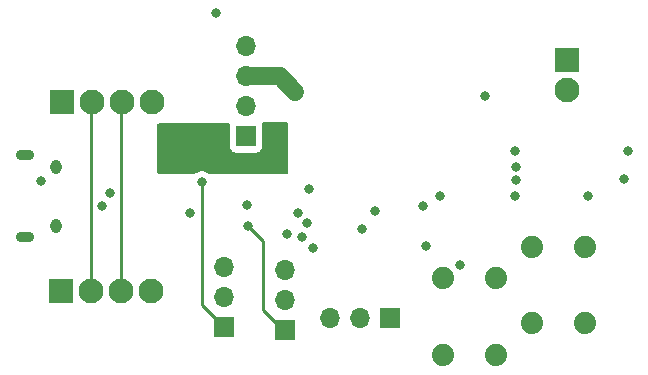
<source format=gbr>
%TF.GenerationSoftware,KiCad,Pcbnew,6.0.11-2627ca5db0~126~ubuntu22.04.1*%
%TF.CreationDate,2023-03-05T15:50:48-05:00*%
%TF.ProjectId,canbus-kline-bridge,63616e62-7573-42d6-9b6c-696e652d6272,1.0*%
%TF.SameCoordinates,Original*%
%TF.FileFunction,Copper,L3,Inr*%
%TF.FilePolarity,Positive*%
%FSLAX46Y46*%
G04 Gerber Fmt 4.6, Leading zero omitted, Abs format (unit mm)*
G04 Created by KiCad (PCBNEW 6.0.11-2627ca5db0~126~ubuntu22.04.1) date 2023-03-05 15:50:48*
%MOMM*%
%LPD*%
G01*
G04 APERTURE LIST*
%TA.AperFunction,ComponentPad*%
%ADD10R,1.700000X1.700000*%
%TD*%
%TA.AperFunction,ComponentPad*%
%ADD11O,1.700000X1.700000*%
%TD*%
%TA.AperFunction,ComponentPad*%
%ADD12R,2.100000X2.100000*%
%TD*%
%TA.AperFunction,ComponentPad*%
%ADD13C,2.100000*%
%TD*%
%TA.AperFunction,ComponentPad*%
%ADD14C,1.879600*%
%TD*%
%TA.AperFunction,ComponentPad*%
%ADD15O,0.950000X1.250000*%
%TD*%
%TA.AperFunction,ComponentPad*%
%ADD16O,1.550000X0.890000*%
%TD*%
%TA.AperFunction,ViaPad*%
%ADD17C,0.800000*%
%TD*%
%TA.AperFunction,Conductor*%
%ADD18C,1.500000*%
%TD*%
%TA.AperFunction,Conductor*%
%ADD19C,0.250000*%
%TD*%
G04 APERTURE END LIST*
D10*
%TO.N,+5V*%
%TO.C,U3*%
X75247300Y-81002600D03*
D11*
%TO.N,GND*%
X75247300Y-78462600D03*
%TO.N,+12V*%
X75247300Y-75922600D03*
%TO.N,unconnected-(U3-Pad4)*%
X75247300Y-73382600D03*
%TD*%
D12*
%TO.N,ISO_K_LINE*%
%TO.C,J6*%
X102470000Y-74520000D03*
D13*
%TO.N,GND*%
X102470000Y-77060000D03*
%TD*%
D10*
%TO.N,CAN_RX*%
%TO.C,JP1*%
X73400000Y-97140000D03*
D11*
%TO.N,Net-(JP1-Pad2)*%
X73400000Y-94600000D03*
%TO.N,USB_D-*%
X73400000Y-92060000D03*
%TD*%
D12*
%TO.N,+BATT*%
%TO.C,J5*%
X59625000Y-94100000D03*
D13*
%TO.N,CANH*%
X62165000Y-94100000D03*
%TO.N,CANL*%
X64705000Y-94100000D03*
%TO.N,GND*%
X67245000Y-94100000D03*
%TD*%
D10*
%TO.N,SWDIO*%
%TO.C,J2*%
X87490000Y-96350000D03*
D11*
%TO.N,GND*%
X84950000Y-96350000D03*
%TO.N,SWDCLK*%
X82410000Y-96350000D03*
%TD*%
D14*
%TO.N,+3V3*%
%TO.C,S1*%
X96435600Y-92998800D03*
%TO.N,unconnected-(S1-Pad2)*%
X96435600Y-99501200D03*
%TO.N,Net-(R1-Pad1)*%
X91914400Y-92998800D03*
%TO.N,unconnected-(S1-Pad4)*%
X91914400Y-99501200D03*
%TD*%
D12*
%TO.N,+BATT*%
%TO.C,J4*%
X59660000Y-78075000D03*
D13*
%TO.N,CANH*%
X62200000Y-78075000D03*
%TO.N,CANL*%
X64740000Y-78075000D03*
%TO.N,GND*%
X67280000Y-78075000D03*
%TD*%
D14*
%TO.N,GND*%
%TO.C,S2*%
X103960600Y-90323800D03*
%TO.N,unconnected-(S2-Pad2)*%
X103960600Y-96826200D03*
%TO.N,~{RESET}*%
X99439400Y-90323800D03*
%TO.N,unconnected-(S2-Pad4)*%
X99439400Y-96826200D03*
%TD*%
D15*
%TO.N,GND*%
%TO.C,J1*%
X59210000Y-83550000D03*
D16*
X56510000Y-82550000D03*
X56510000Y-89550000D03*
D15*
X59210000Y-88550000D03*
%TD*%
D10*
%TO.N,CAN_TX*%
%TO.C,JP2*%
X78525000Y-97425000D03*
D11*
%TO.N,Net-(JP2-Pad2)*%
X78525000Y-94885000D03*
%TO.N,USB_D+*%
X78525000Y-92345000D03*
%TD*%
D17*
%TO.N,ISO_K_LINE*%
X107600000Y-82260000D03*
%TO.N,GND*%
X107270000Y-84610000D03*
%TO.N,/VBB*%
X95490000Y-77540000D03*
%TO.N,+3V3*%
X98100000Y-84720000D03*
%TO.N,/VBB*%
X104180000Y-86070000D03*
%TO.N,K_LINE_EN*%
X98060000Y-86010000D03*
%TO.N,K_LINE_TX*%
X98030000Y-82240000D03*
%TO.N,K_LINE_RX*%
X98100000Y-83560000D03*
%TO.N,K_LINE_EN*%
X86220000Y-87290000D03*
%TO.N,+12V*%
X79415000Y-77215000D03*
%TO.N,GND*%
X80450000Y-88350000D03*
X72725000Y-70575000D03*
X93350000Y-91850000D03*
X80600000Y-85425000D03*
X75300000Y-86775000D03*
%TO.N,+3V3*%
X78150000Y-80600000D03*
X85100000Y-88800000D03*
X78750000Y-89250000D03*
X68975000Y-82275000D03*
%TO.N,VBUS*%
X57884502Y-84775000D03*
%TO.N,USB_D-*%
X63750000Y-85825000D03*
%TO.N,USB_D+*%
X63050000Y-86875000D03*
%TO.N,CAN_RX*%
X71525000Y-84850000D03*
%TO.N,Net-(JP1-Pad2)*%
X80025000Y-89475000D03*
%TO.N,CAN_TX*%
X75400000Y-88550000D03*
%TO.N,Net-(JP2-Pad2)*%
X80950000Y-90450000D03*
%TO.N,CAN_STBY*%
X70550000Y-87450000D03*
X79650000Y-87500000D03*
%TO.N,K_LINE_TX*%
X90200000Y-86924500D03*
%TO.N,K_LINE_RX*%
X91640000Y-86080000D03*
%TO.N,~{RESET}*%
X90475000Y-90300000D03*
%TD*%
D18*
%TO.N,+12V*%
X75247300Y-75922600D02*
X78122600Y-75922600D01*
X78122600Y-75922600D02*
X79415000Y-77215000D01*
D19*
%TO.N,CANH*%
X62165000Y-78110000D02*
X62200000Y-78075000D01*
X62165000Y-94100000D02*
X62165000Y-78110000D01*
%TO.N,CANL*%
X64705000Y-94100000D02*
X64705000Y-78110000D01*
X64705000Y-78110000D02*
X64740000Y-78075000D01*
%TO.N,CAN_RX*%
X71525000Y-95265000D02*
X73400000Y-97140000D01*
X71525000Y-84850000D02*
X71525000Y-95265000D01*
%TO.N,CAN_TX*%
X76700000Y-95725000D02*
X78400000Y-97425000D01*
X78400000Y-97425000D02*
X78525000Y-97425000D01*
X76700000Y-89850000D02*
X76700000Y-95725000D01*
X75400000Y-88550000D02*
X76700000Y-89850000D01*
%TD*%
%TA.AperFunction,Conductor*%
%TO.N,+3V3*%
G36*
X78791165Y-79820532D02*
G01*
X78838139Y-79873768D01*
X78850000Y-79927138D01*
X78850000Y-84024000D01*
X78829998Y-84092121D01*
X78776342Y-84138614D01*
X78724000Y-84150000D01*
X72148105Y-84150000D01*
X72074044Y-84125936D01*
X71987094Y-84062763D01*
X71987093Y-84062762D01*
X71981752Y-84058882D01*
X71975724Y-84056198D01*
X71975722Y-84056197D01*
X71813319Y-83983891D01*
X71813318Y-83983891D01*
X71807288Y-83981206D01*
X71713887Y-83961353D01*
X71626944Y-83942872D01*
X71626939Y-83942872D01*
X71620487Y-83941500D01*
X71429513Y-83941500D01*
X71423061Y-83942872D01*
X71423056Y-83942872D01*
X71336113Y-83961353D01*
X71242712Y-83981206D01*
X71236682Y-83983891D01*
X71236681Y-83983891D01*
X71074278Y-84056197D01*
X71074276Y-84056198D01*
X71068248Y-84058882D01*
X71062907Y-84062762D01*
X71062906Y-84062763D01*
X70975956Y-84125936D01*
X70901895Y-84150000D01*
X67851000Y-84150000D01*
X67782879Y-84129998D01*
X67736386Y-84076342D01*
X67725000Y-84024000D01*
X67725000Y-80024873D01*
X67745002Y-79956752D01*
X67798658Y-79910259D01*
X67849867Y-79898878D01*
X70256931Y-79877241D01*
X73786393Y-79845516D01*
X73854689Y-79864904D01*
X73901663Y-79918140D01*
X73912398Y-79988320D01*
X73905506Y-80015739D01*
X73895555Y-80042284D01*
X73888800Y-80104466D01*
X73888800Y-81900734D01*
X73895555Y-81962916D01*
X73946685Y-82099305D01*
X74034039Y-82215861D01*
X74150595Y-82303215D01*
X74286984Y-82354345D01*
X74349166Y-82361100D01*
X76145434Y-82361100D01*
X76207616Y-82354345D01*
X76344005Y-82303215D01*
X76460561Y-82215861D01*
X76547915Y-82099305D01*
X76599045Y-81962916D01*
X76605800Y-81900734D01*
X76605800Y-80104466D01*
X76599045Y-80042284D01*
X76579289Y-79989585D01*
X76574106Y-79918779D01*
X76608026Y-79856410D01*
X76670281Y-79822281D01*
X76696138Y-79819361D01*
X78722867Y-79801143D01*
X78791165Y-79820532D01*
G37*
%TD.AperFunction*%
%TD*%
M02*

</source>
